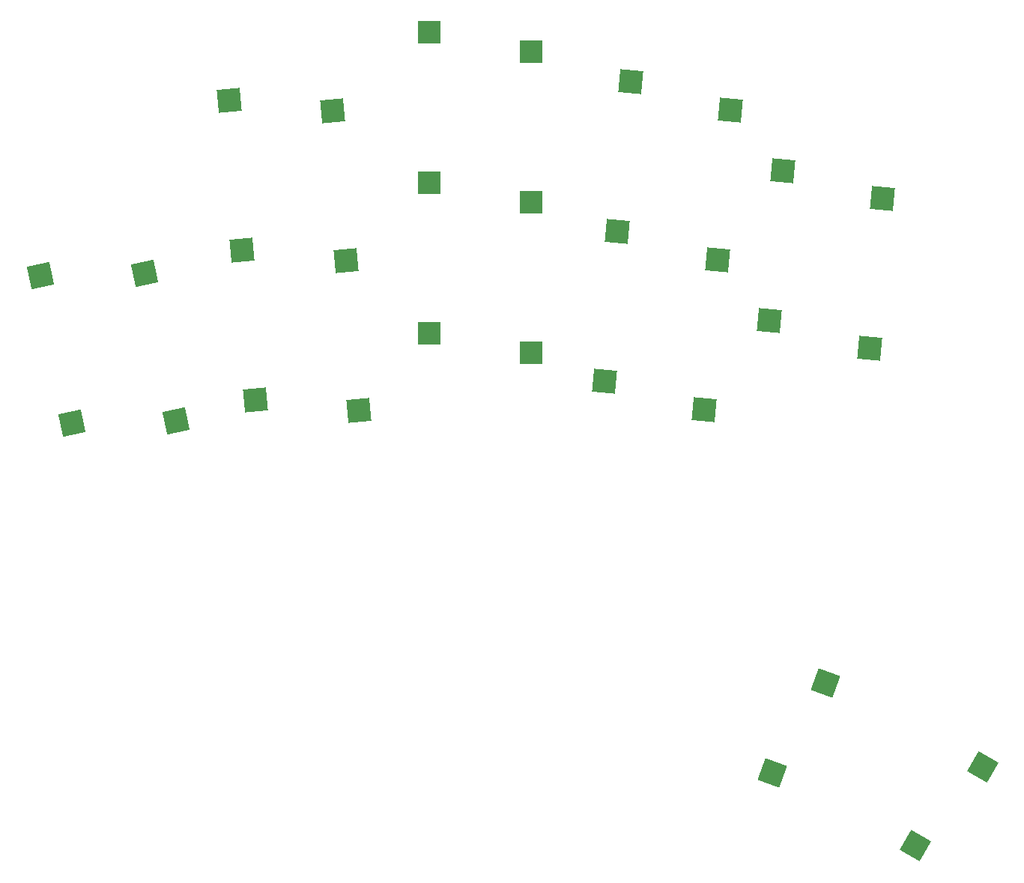
<source format=gbr>
%TF.GenerationSoftware,KiCad,Pcbnew,6.0.1-1.fc35*%
%TF.CreationDate,2022-01-21T00:59:50-05:00*%
%TF.ProjectId,a_dux_30,615f6475-785f-4333-902e-6b696361645f,v1.0.0*%
%TF.SameCoordinates,Original*%
%TF.FileFunction,Paste,Bot*%
%TF.FilePolarity,Positive*%
%FSLAX46Y46*%
G04 Gerber Fmt 4.6, Leading zero omitted, Abs format (unit mm)*
G04 Created by KiCad (PCBNEW 6.0.1-1.fc35) date 2022-01-21 00:59:50*
%MOMM*%
%LPD*%
G01*
G04 APERTURE LIST*
G04 Aperture macros list*
%AMRotRect*
0 Rectangle, with rotation*
0 The origin of the aperture is its center*
0 $1 length*
0 $2 width*
0 $3 Rotation angle, in degrees counterclockwise*
0 Add horizontal line*
21,1,$1,$2,0,0,$3*%
G04 Aperture macros list end*
%ADD10R,2.600000X2.600000*%
%ADD11RotRect,2.600000X2.600000X355.000000*%
%ADD12RotRect,2.600000X2.600000X12.000000*%
%ADD13RotRect,2.600000X2.600000X5.000000*%
%ADD14RotRect,2.600000X2.600000X250.000000*%
%ADD15RotRect,2.600000X2.600000X240.000000*%
G04 APERTURE END LIST*
D10*
%TO.C,S15*%
X46850604Y65578531D03*
X58400604Y63378531D03*
%TD*%
D11*
%TO.C,S21*%
X69626585Y59980588D03*
X80940891Y56782310D03*
%TD*%
D10*
%TO.C,S11*%
X46850604Y31578531D03*
X58400604Y29378531D03*
%TD*%
%TO.C,S13*%
X46850604Y48578531D03*
X58400604Y46378531D03*
%TD*%
D12*
%TO.C,S1*%
X6490495Y21396085D03*
X18245506Y21645541D03*
%TD*%
D11*
%TO.C,S23*%
X85335619Y33008820D03*
X96649925Y29810542D03*
%TD*%
D12*
%TO.C,S3*%
X2955996Y38024595D03*
X14711007Y38274051D03*
%TD*%
D13*
%TO.C,S5*%
X27225220Y23991857D03*
X38923011Y22806878D03*
%TD*%
D11*
%TO.C,S19*%
X68144938Y43045278D03*
X79459244Y39847000D03*
%TD*%
%TO.C,S17*%
X66663290Y26109968D03*
X77977596Y22911690D03*
%TD*%
D14*
%TO.C,S27*%
X91653260Y-8024510D03*
X85635604Y-18125515D03*
%TD*%
D11*
%TO.C,S25*%
X86817266Y49944130D03*
X98131572Y46745852D03*
%TD*%
D15*
%TO.C,S29*%
X109484595Y-17483770D03*
X101804339Y-26386363D03*
%TD*%
D13*
%TO.C,S9*%
X24261925Y57862477D03*
X35959716Y56677498D03*
%TD*%
%TO.C,S7*%
X25743572Y40927167D03*
X37441363Y39742188D03*
%TD*%
M02*

</source>
